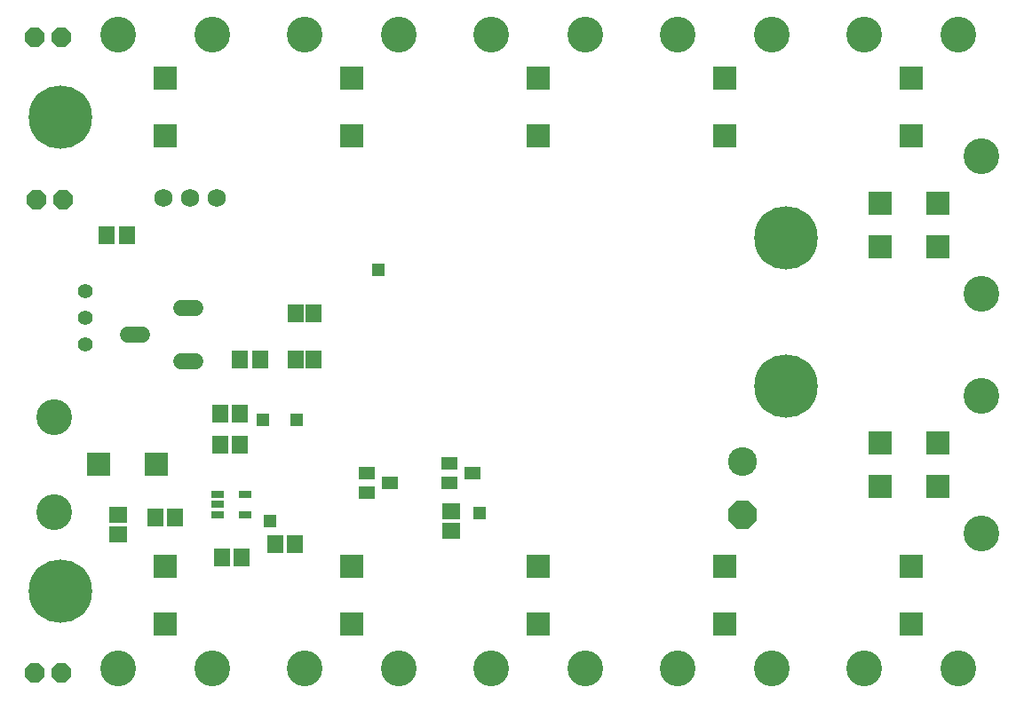
<source format=gbs>
G75*
%MOIN*%
%OFA0B0*%
%FSLAX24Y24*%
%IPPOS*%
%LPD*%
%AMOC8*
5,1,8,0,0,1.08239X$1,22.5*
%
%ADD10C,0.1080*%
%ADD11OC8,0.1080*%
%ADD12R,0.0592X0.0671*%
%ADD13R,0.0502X0.0276*%
%ADD14R,0.0907X0.0907*%
%ADD15C,0.1340*%
%ADD16R,0.0710X0.0592*%
%ADD17R,0.0592X0.0710*%
%ADD18C,0.0600*%
%ADD19C,0.0556*%
%ADD20OC8,0.0740*%
%ADD21C,0.0680*%
%ADD22C,0.2380*%
%ADD23R,0.0631X0.0474*%
%ADD24R,0.0476X0.0476*%
D10*
X029771Y011708D03*
D11*
X029771Y009708D03*
D12*
X013668Y015521D03*
X012998Y015521D03*
X012998Y017271D03*
X013668Y017271D03*
D13*
X011100Y010457D03*
X011100Y009709D03*
X010066Y009709D03*
X010066Y010083D03*
X010066Y010457D03*
D14*
X007748Y011583D03*
X005583Y011583D03*
X008083Y007748D03*
X008083Y005583D03*
X015083Y005583D03*
X015083Y007748D03*
X022083Y007748D03*
X022083Y005583D03*
X029083Y005583D03*
X029083Y007748D03*
X034918Y010756D03*
X037083Y010756D03*
X037083Y012410D03*
X034918Y012410D03*
X036083Y007748D03*
X036083Y005583D03*
X037083Y019756D03*
X037083Y021410D03*
X034918Y021410D03*
X034918Y019756D03*
X036083Y023918D03*
X036083Y026083D03*
X029083Y026083D03*
X029083Y023918D03*
X022083Y023918D03*
X022083Y026083D03*
X015083Y026083D03*
X015083Y023918D03*
X008083Y023918D03*
X008083Y026083D03*
D15*
X006311Y027737D03*
X009855Y027737D03*
X013311Y027737D03*
X016855Y027737D03*
X020311Y027737D03*
X023855Y027737D03*
X027311Y027737D03*
X030855Y027737D03*
X034311Y027737D03*
X037855Y027737D03*
X038737Y023181D03*
X038737Y017985D03*
X038737Y014181D03*
X038737Y008985D03*
X037855Y003930D03*
X034311Y003930D03*
X030855Y003930D03*
X027311Y003930D03*
X023855Y003930D03*
X020311Y003930D03*
X016855Y003930D03*
X013311Y003930D03*
X009855Y003930D03*
X006311Y003930D03*
X003930Y009811D03*
X003930Y013355D03*
D16*
X006333Y009707D03*
X006333Y008959D03*
X018833Y009084D03*
X018833Y009832D03*
D17*
X012957Y008583D03*
X012209Y008583D03*
X010957Y008083D03*
X010209Y008083D03*
X008457Y009583D03*
X007709Y009583D03*
X010147Y012333D03*
X010895Y012333D03*
X010892Y013512D03*
X010144Y013512D03*
X010897Y015521D03*
X011645Y015521D03*
X006645Y020208D03*
X005897Y020208D03*
D18*
X008698Y017458D02*
X009218Y017458D01*
X007218Y016458D02*
X006698Y016458D01*
X008698Y015458D02*
X009218Y015458D01*
D19*
X005083Y016083D03*
X005083Y017083D03*
X005083Y018083D03*
D20*
X003208Y003771D03*
X004208Y003771D03*
X004271Y021521D03*
X003271Y021521D03*
X003208Y027646D03*
X004208Y027646D03*
D21*
X008021Y021583D03*
X009021Y021583D03*
X010021Y021583D03*
D22*
X004146Y024646D03*
X004146Y006833D03*
X031396Y014521D03*
X031396Y020083D03*
D23*
X019641Y011271D03*
X018775Y011645D03*
X018775Y010897D03*
X016516Y010896D03*
X015650Y011270D03*
X015650Y010522D03*
D24*
X012021Y009458D03*
X011771Y013271D03*
X013021Y013271D03*
X019896Y009771D03*
X016083Y018896D03*
M02*

</source>
